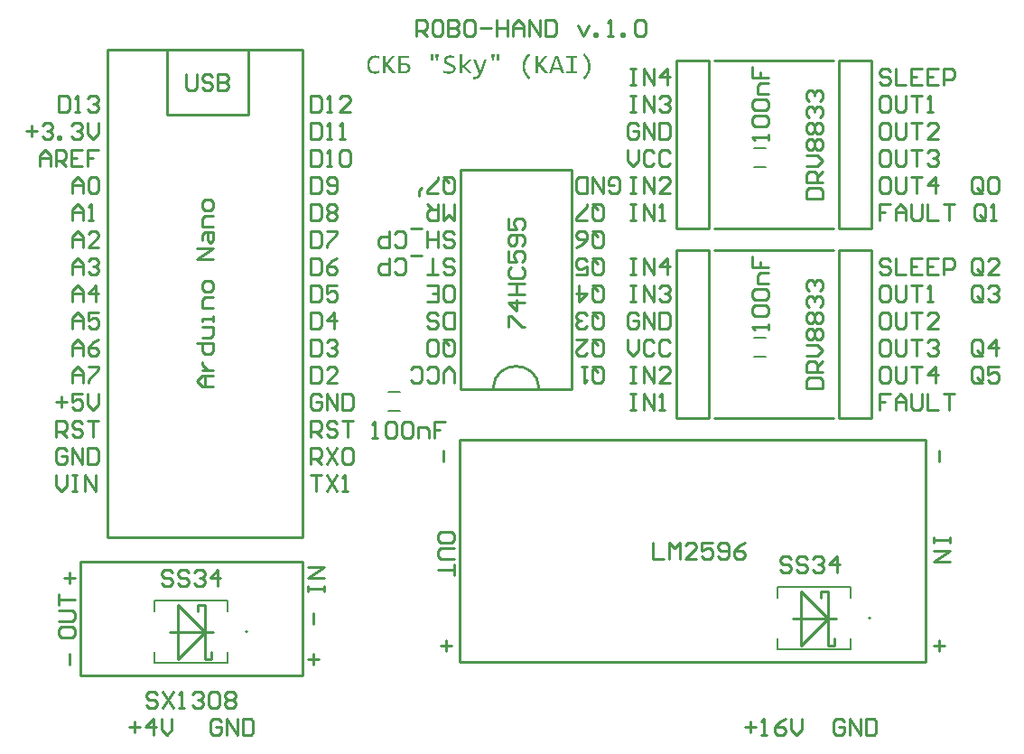
<source format=gbr>
G04*
G04 #@! TF.GenerationSoftware,Altium Limited,Altium Designer,25.3.3 (18)*
G04*
G04 Layer_Color=65535*
%FSLAX44Y44*%
%MOMM*%
G71*
G04*
G04 #@! TF.SameCoordinates,99CC6AD0-2A63-4927-AC08-F09ED2D19244*
G04*
G04*
G04 #@! TF.FilePolarity,Positive*
G04*
G01*
G75*
%ADD10C,0.2540*%
%ADD11C,0.2000*%
%ADD12C,0.1270*%
G36*
X408932Y705412D02*
X409271Y705384D01*
X409440D01*
X409581Y705356D01*
X409892Y705328D01*
X410258Y705271D01*
X410343D01*
X410456Y705243D01*
X410569D01*
X410879Y705186D01*
X411246Y705130D01*
X411331D01*
X411444Y705102D01*
X411557Y705074D01*
X411867Y705017D01*
X412177Y704961D01*
Y702929D01*
X412121D01*
X412008Y702985D01*
X411810Y703014D01*
X411557Y703070D01*
X411274Y703127D01*
X410936Y703211D01*
X410202Y703324D01*
X410174D01*
X410033Y703352D01*
X409863Y703380D01*
X409609Y703409D01*
X409327Y703437D01*
X408989Y703465D01*
X408311Y703493D01*
X408001D01*
X407662Y703465D01*
X407239Y703409D01*
X406759Y703324D01*
X406279Y703211D01*
X405856Y703042D01*
X405461Y702816D01*
X405433Y702788D01*
X405320Y702703D01*
X405179Y702562D01*
X405010Y702365D01*
X404840Y702111D01*
X404699Y701800D01*
X404586Y701461D01*
X404558Y701066D01*
Y701038D01*
Y700954D01*
X404586Y700841D01*
X404615Y700671D01*
X404727Y700304D01*
X404812Y700107D01*
X404925Y699909D01*
X404953Y699881D01*
X404981Y699825D01*
X405066Y699740D01*
X405179Y699627D01*
X405489Y699345D01*
X405884Y699035D01*
X405913Y699006D01*
X405997Y698978D01*
X406110Y698894D01*
X406308Y698809D01*
X406505Y698696D01*
X406731Y698583D01*
X407295Y698357D01*
X407324D01*
X407436Y698301D01*
X407578Y698244D01*
X407803Y698160D01*
X408029Y698075D01*
X408283Y697962D01*
X408876Y697708D01*
X408904D01*
X409017Y697652D01*
X409186Y697596D01*
X409384Y697511D01*
X409638Y697398D01*
X409892Y697285D01*
X410484Y697003D01*
X410512Y696975D01*
X410625Y696946D01*
X410766Y696862D01*
X410964Y696749D01*
X411415Y696439D01*
X411867Y696072D01*
X411895Y696043D01*
X411980Y695987D01*
X412093Y695874D01*
X412234Y695705D01*
X412375Y695535D01*
X412544Y695310D01*
X412855Y694802D01*
X412883Y694773D01*
X412911Y694661D01*
X412967Y694520D01*
X413052Y694322D01*
X413137Y694068D01*
X413193Y693758D01*
X413222Y693447D01*
X413250Y693080D01*
Y693024D01*
Y692883D01*
X413222Y692657D01*
X413193Y692375D01*
X413137Y692065D01*
X413024Y691698D01*
X412911Y691331D01*
X412742Y690992D01*
X412714Y690964D01*
X412657Y690851D01*
X412544Y690682D01*
X412403Y690484D01*
X412206Y690258D01*
X411980Y690004D01*
X411698Y689751D01*
X411387Y689525D01*
X411359Y689497D01*
X411246Y689440D01*
X411049Y689327D01*
X410823Y689186D01*
X410512Y689045D01*
X410174Y688904D01*
X409779Y688763D01*
X409327Y688650D01*
X409271D01*
X409130Y688594D01*
X408876Y688565D01*
X408537Y688509D01*
X408142Y688452D01*
X407691Y688424D01*
X407183Y688368D01*
X406251D01*
X406026Y688396D01*
X405828D01*
X405320Y688424D01*
X405207D01*
X405094Y688452D01*
X404925D01*
X404530Y688509D01*
X404078Y688565D01*
X403965D01*
X403853Y688594D01*
X403712D01*
X403345Y688650D01*
X402950Y688706D01*
X402921D01*
X402865Y688735D01*
X402752Y688763D01*
X402639Y688791D01*
X402329Y688876D01*
X401990Y688960D01*
Y691133D01*
X402047Y691105D01*
X402160Y691077D01*
X402357Y691020D01*
X402611Y690936D01*
X402921Y690823D01*
X403288Y690738D01*
X403683Y690654D01*
X404107Y690569D01*
X404163D01*
X404304Y690541D01*
X404558Y690512D01*
X404897Y690484D01*
X405292Y690428D01*
X405743Y690399D01*
X406251Y690371D01*
X407211D01*
X407465Y690399D01*
X407747D01*
X408057Y690456D01*
X408368Y690484D01*
X408678Y690541D01*
X408706D01*
X408819Y690569D01*
X408932Y690625D01*
X409130Y690654D01*
X409525Y690823D01*
X409920Y691020D01*
X409948Y691049D01*
X410005Y691077D01*
X410089Y691161D01*
X410202Y691246D01*
X410456Y691500D01*
X410653Y691839D01*
Y691867D01*
X410682Y691923D01*
X410738Y692036D01*
X410766Y692177D01*
X410823Y692347D01*
X410851Y692544D01*
X410879Y692968D01*
Y692996D01*
Y693080D01*
X410851Y693193D01*
X410823Y693363D01*
X410710Y693729D01*
X410625Y693899D01*
X410484Y694096D01*
X410456Y694125D01*
X410428Y694181D01*
X410343Y694266D01*
X410230Y694378D01*
X410089Y694520D01*
X409920Y694661D01*
X409496Y694943D01*
X409468Y694971D01*
X409384Y694999D01*
X409271Y695084D01*
X409101Y695169D01*
X408904Y695282D01*
X408678Y695394D01*
X408114Y695648D01*
X408086Y695676D01*
X407973Y695705D01*
X407832Y695761D01*
X407606Y695846D01*
X407380Y695930D01*
X407098Y696043D01*
X406505Y696269D01*
X406477Y696297D01*
X406364Y696326D01*
X406223Y696410D01*
X406026Y696495D01*
X405772Y696608D01*
X405518Y696721D01*
X404925Y697003D01*
X404897Y697031D01*
X404784Y697087D01*
X404643Y697144D01*
X404445Y697257D01*
X404248Y697398D01*
X403994Y697539D01*
X403514Y697906D01*
X403486Y697934D01*
X403429Y697990D01*
X403316Y698103D01*
X403175Y698273D01*
X403034Y698442D01*
X402865Y698668D01*
X402555Y699147D01*
X402526Y699176D01*
X402498Y699289D01*
X402442Y699430D01*
X402385Y699627D01*
X402301Y699881D01*
X402244Y700163D01*
X402216Y700502D01*
X402188Y700841D01*
Y700869D01*
Y700982D01*
X402216Y701151D01*
X402244Y701377D01*
X402272Y701631D01*
X402329Y701913D01*
X402413Y702223D01*
X402526Y702534D01*
X402555Y702562D01*
X402583Y702675D01*
X402696Y702816D01*
X402808Y703014D01*
X402950Y703239D01*
X403147Y703493D01*
X403373Y703747D01*
X403627Y704001D01*
X403655Y704029D01*
X403768Y704114D01*
X403937Y704227D01*
X404163Y704368D01*
X404417Y704537D01*
X404756Y704707D01*
X405122Y704876D01*
X405546Y705045D01*
X405602Y705074D01*
X405772Y705102D01*
X405997Y705158D01*
X406336Y705243D01*
X406759Y705328D01*
X407239Y705384D01*
X407775Y705412D01*
X408368Y705440D01*
X408650D01*
X408932Y705412D01*
D02*
G37*
G36*
X338327Y705384D02*
X338666Y705356D01*
X339005Y705328D01*
X339766Y705215D01*
X339823D01*
X339936Y705186D01*
X340133Y705130D01*
X340387Y705074D01*
X340669Y704989D01*
X340980Y704876D01*
X341685Y704622D01*
Y702393D01*
X341657Y702421D01*
X341516Y702477D01*
X341347Y702562D01*
X341093Y702675D01*
X340811Y702788D01*
X340500Y702901D01*
X339795Y703127D01*
X339738D01*
X339625Y703183D01*
X339428Y703211D01*
X339174Y703268D01*
X338863Y703324D01*
X338497Y703352D01*
X338101Y703409D01*
X337481D01*
X337255Y703380D01*
X336973Y703352D01*
X336662Y703296D01*
X336295Y703211D01*
X335928Y703098D01*
X335562Y702957D01*
X335533Y702929D01*
X335421Y702872D01*
X335223Y702760D01*
X335025Y702618D01*
X334771Y702449D01*
X334489Y702223D01*
X334207Y701970D01*
X333953Y701659D01*
X333925Y701631D01*
X333840Y701518D01*
X333727Y701349D01*
X333586Y701095D01*
X333417Y700813D01*
X333248Y700446D01*
X333078Y700051D01*
X332937Y699627D01*
Y699571D01*
X332881Y699430D01*
X332824Y699176D01*
X332768Y698837D01*
X332711Y698442D01*
X332655Y697990D01*
X332627Y697483D01*
X332599Y696918D01*
Y696890D01*
Y696777D01*
Y696608D01*
X332627Y696382D01*
Y696128D01*
X332655Y695818D01*
X332711Y695479D01*
X332768Y695112D01*
X332909Y694322D01*
X333135Y693504D01*
X333474Y692742D01*
X333671Y692403D01*
X333897Y692065D01*
X333925Y692036D01*
X333953Y692008D01*
X334038Y691923D01*
X334151Y691811D01*
X334264Y691698D01*
X334433Y691556D01*
X334630Y691387D01*
X334856Y691246D01*
X335110Y691105D01*
X335392Y690936D01*
X335731Y690795D01*
X336070Y690682D01*
X336437Y690569D01*
X336832Y690512D01*
X337283Y690456D01*
X337735Y690428D01*
X338130D01*
X338384Y690456D01*
X338694Y690484D01*
X339033Y690512D01*
X339766Y690654D01*
X339823D01*
X339936Y690710D01*
X340133Y690766D01*
X340387Y690851D01*
X340669Y690936D01*
X340980Y691049D01*
X341685Y691359D01*
Y689214D01*
X341657D01*
X341601Y689186D01*
X341488Y689130D01*
X341347Y689101D01*
X341149Y689017D01*
X340923Y688960D01*
X340698Y688876D01*
X340415Y688819D01*
X339766Y688650D01*
X339061Y688537D01*
X338299Y688424D01*
X337481Y688396D01*
X337340D01*
X337142Y688424D01*
X336888D01*
X336606Y688452D01*
X336267Y688509D01*
X335900Y688565D01*
X335477Y688650D01*
X335054Y688763D01*
X334602Y688904D01*
X334151Y689073D01*
X333699Y689271D01*
X333276Y689525D01*
X332853Y689807D01*
X332429Y690117D01*
X332062Y690484D01*
X332034Y690512D01*
X331978Y690597D01*
X331893Y690710D01*
X331780Y690879D01*
X331639Y691105D01*
X331470Y691359D01*
X331301Y691698D01*
X331131Y692065D01*
X330962Y692459D01*
X330793Y692939D01*
X330623Y693447D01*
X330482Y693983D01*
X330369Y694604D01*
X330285Y695253D01*
X330228Y695959D01*
X330200Y696692D01*
Y696721D01*
Y696777D01*
Y696890D01*
Y697031D01*
X330228Y697200D01*
Y697426D01*
X330256Y697906D01*
X330313Y698442D01*
X330426Y699063D01*
X330539Y699684D01*
X330708Y700304D01*
Y700333D01*
X330736Y700389D01*
X330764Y700474D01*
X330793Y700587D01*
X330934Y700869D01*
X331075Y701264D01*
X331301Y701687D01*
X331554Y702139D01*
X331837Y702618D01*
X332175Y703042D01*
X332232Y703098D01*
X332345Y703239D01*
X332570Y703437D01*
X332853Y703691D01*
X333191Y703973D01*
X333586Y704255D01*
X334038Y704537D01*
X334518Y704791D01*
X334546D01*
X334574Y704820D01*
X334659Y704848D01*
X334771Y704876D01*
X335054Y704989D01*
X335421Y705102D01*
X335872Y705215D01*
X336408Y705328D01*
X337001Y705384D01*
X337622Y705412D01*
X338045D01*
X338327Y705384D01*
D02*
G37*
G36*
X454196Y700587D02*
X452108D01*
X451741Y706541D01*
X454563D01*
X454196Y700587D01*
D02*
G37*
G36*
X449229D02*
X447141D01*
X446774Y706541D01*
X449596D01*
X449229Y700587D01*
D02*
G37*
G36*
X396967D02*
X394879D01*
X394512Y706541D01*
X397334D01*
X396967Y700587D01*
D02*
G37*
G36*
X392001D02*
X389912D01*
X389545Y706541D01*
X392367D01*
X392001Y700587D01*
D02*
G37*
G36*
X492857Y697285D02*
X499714Y688594D01*
X496892D01*
X490656Y696721D01*
Y688594D01*
X488398D01*
Y705186D01*
X490656D01*
Y697454D01*
X496751Y705186D01*
X499403D01*
X492857Y697285D01*
D02*
G37*
G36*
X349784D02*
X356642Y688594D01*
X353820D01*
X347583Y696721D01*
Y688594D01*
X345326D01*
Y705186D01*
X347583D01*
Y697454D01*
X353679Y705186D01*
X356331D01*
X349784Y697285D01*
D02*
G37*
G36*
X438224Y689948D02*
Y689920D01*
X438196Y689863D01*
X438167Y689779D01*
X438111Y689666D01*
X437970Y689327D01*
X437801Y688932D01*
X437575Y688481D01*
X437349Y687973D01*
X437095Y687465D01*
X436813Y686985D01*
X436785Y686928D01*
X436700Y686787D01*
X436559Y686534D01*
X436361Y686251D01*
X436136Y685913D01*
X435853Y685574D01*
X435571Y685235D01*
X435261Y684897D01*
X435233Y684868D01*
X435120Y684756D01*
X434950Y684614D01*
X434725Y684445D01*
X434442Y684248D01*
X434132Y684050D01*
X433765Y683881D01*
X433398Y683711D01*
X433342Y683683D01*
X433229Y683655D01*
X433003Y683599D01*
X432721Y683514D01*
X432382Y683429D01*
X432016Y683373D01*
X431564Y683345D01*
X431113Y683316D01*
X430718D01*
X430492Y683345D01*
X430153D01*
X429927Y683373D01*
Y685377D01*
X429984D01*
X430097Y685348D01*
X430294D01*
X430520Y685320D01*
X430576D01*
X430746Y685292D01*
X430971Y685264D01*
X431451D01*
X431592Y685292D01*
X431987Y685348D01*
X432382Y685461D01*
X432411D01*
X432467Y685489D01*
X432580Y685546D01*
X432721Y685602D01*
X433032Y685771D01*
X433370Y686025D01*
X433398Y686054D01*
X433455Y686110D01*
X433539Y686195D01*
X433652Y686308D01*
X433793Y686449D01*
X433963Y686646D01*
X434273Y687070D01*
X434301Y687098D01*
X434358Y687182D01*
X434442Y687324D01*
X434555Y687493D01*
X434668Y687719D01*
X434809Y688001D01*
X434979Y688283D01*
X435120Y688594D01*
X430040Y701349D01*
X432552D01*
X435769Y692883D01*
X436418Y690908D01*
X437151Y692939D01*
X440143Y701349D01*
X442570D01*
X438224Y689948D01*
D02*
G37*
G36*
X527171Y703268D02*
X523334D01*
Y690512D01*
X527171D01*
Y688594D01*
X517210D01*
Y690512D01*
X521048D01*
Y703268D01*
X517210D01*
Y705186D01*
X527171D01*
Y703268D01*
D02*
G37*
G36*
X514896Y688594D02*
X512441D01*
X511284Y692206D01*
X504342D01*
X503185Y688594D01*
X500843D01*
X506345Y705186D01*
X509450D01*
X514896Y688594D01*
D02*
G37*
G36*
X419402Y695507D02*
X425130Y701349D01*
X428065D01*
X422082Y695451D01*
X428404Y688594D01*
X425356D01*
X419402Y695423D01*
Y688594D01*
X417200D01*
Y706541D01*
X419402D01*
Y695507D01*
D02*
G37*
G36*
X369679Y703268D02*
X361919D01*
Y698357D01*
X364853D01*
X365136Y698329D01*
X365503Y698301D01*
X365926Y698273D01*
X366377Y698216D01*
X366829Y698103D01*
X367280Y697990D01*
X367337Y697962D01*
X367478Y697934D01*
X367704Y697849D01*
X367958Y697737D01*
X368268Y697596D01*
X368607Y697398D01*
X368917Y697200D01*
X369227Y696975D01*
X369256Y696946D01*
X369369Y696862D01*
X369510Y696721D01*
X369679Y696551D01*
X369877Y696354D01*
X370074Y696100D01*
X370243Y695818D01*
X370413Y695507D01*
X370441Y695479D01*
X370469Y695366D01*
X370554Y695197D01*
X370638Y694971D01*
X370695Y694689D01*
X370779Y694378D01*
X370808Y694040D01*
X370836Y693673D01*
Y693616D01*
Y693475D01*
X370808Y693250D01*
X370779Y692968D01*
X370723Y692629D01*
X370638Y692262D01*
X370526Y691895D01*
X370356Y691528D01*
X370328Y691500D01*
X370271Y691387D01*
X370159Y691190D01*
X370018Y690992D01*
X369848Y690738D01*
X369622Y690456D01*
X369369Y690174D01*
X369058Y689920D01*
X369030Y689892D01*
X368917Y689807D01*
X368719Y689694D01*
X368494Y689553D01*
X368183Y689384D01*
X367845Y689242D01*
X367450Y689073D01*
X366998Y688932D01*
X366942D01*
X366801Y688876D01*
X366547Y688819D01*
X366236Y688763D01*
X365841Y688706D01*
X365390Y688650D01*
X364882Y688622D01*
X364346Y688594D01*
X359661D01*
Y705186D01*
X369679D01*
Y703268D01*
D02*
G37*
G36*
X534001Y707472D02*
X534029Y707444D01*
X534113Y707359D01*
X534226Y707246D01*
X534367Y707105D01*
X534509Y706964D01*
X534903Y706541D01*
X535327Y706033D01*
X535835Y705440D01*
X536371Y704735D01*
X536907Y703945D01*
X537443Y703098D01*
X537979Y702167D01*
X538487Y701151D01*
X538939Y700107D01*
X539306Y699006D01*
X539588Y697849D01*
X539701Y697257D01*
X539785Y696664D01*
X539814Y696043D01*
X539842Y695423D01*
Y695394D01*
Y695366D01*
Y695282D01*
Y695197D01*
Y694915D01*
X539814Y694548D01*
X539785Y694125D01*
X539729Y693645D01*
X539644Y693109D01*
X539560Y692572D01*
Y692544D01*
Y692516D01*
X539532Y692431D01*
X539503Y692318D01*
X539447Y692036D01*
X539334Y691641D01*
X539193Y691190D01*
X539024Y690682D01*
X538826Y690145D01*
X538600Y689581D01*
Y689553D01*
X538572Y689525D01*
X538544Y689440D01*
X538487Y689327D01*
X538318Y689017D01*
X538120Y688622D01*
X537867Y688142D01*
X537528Y687634D01*
X537189Y687070D01*
X536766Y686477D01*
Y686449D01*
X536710Y686392D01*
X536653Y686308D01*
X536568Y686195D01*
X536456Y686054D01*
X536315Y685884D01*
X535976Y685461D01*
X535581Y684981D01*
X535101Y684445D01*
X534537Y683853D01*
X533916Y683260D01*
X532646Y684586D01*
X532674Y684614D01*
X532759Y684699D01*
X532872Y684840D01*
X533041Y685010D01*
X533267Y685235D01*
X533493Y685518D01*
X533746Y685800D01*
X534029Y686138D01*
X534311Y686505D01*
X534621Y686900D01*
X535242Y687775D01*
X535807Y688706D01*
X536060Y689214D01*
X536315Y689694D01*
X536343Y689722D01*
X536371Y689807D01*
X536427Y689948D01*
X536512Y690145D01*
X536597Y690399D01*
X536710Y690682D01*
X536822Y691020D01*
X536935Y691387D01*
X537048Y691782D01*
X537161Y692206D01*
X537359Y693165D01*
X537500Y694181D01*
X537556Y694717D01*
Y695253D01*
Y695282D01*
Y695310D01*
Y695394D01*
Y695535D01*
X537528Y695676D01*
Y695846D01*
X537472Y696269D01*
X537415Y696805D01*
X537302Y697426D01*
X537133Y698103D01*
X536935Y698865D01*
X536681Y699684D01*
X536371Y700558D01*
X535948Y701461D01*
X535496Y702393D01*
X534932Y703324D01*
X534254Y704255D01*
X533521Y705215D01*
X533097Y705666D01*
X532646Y706118D01*
X533972Y707501D01*
X534001Y707472D01*
D02*
G37*
G36*
X483121Y706174D02*
X483064Y706118D01*
X482923Y705948D01*
X482669Y705694D01*
X482359Y705328D01*
X481964Y704876D01*
X481569Y704340D01*
X481117Y703691D01*
X480666Y703014D01*
X480186Y702252D01*
X479735Y701405D01*
X479339Y700530D01*
X478945Y699571D01*
X478634Y698583D01*
X478408Y697567D01*
X478239Y696495D01*
X478211Y695959D01*
X478182Y695394D01*
Y695366D01*
Y695253D01*
Y695112D01*
X478211Y694886D01*
Y694632D01*
X478239Y694322D01*
X478295Y693983D01*
X478352Y693588D01*
X478408Y693165D01*
X478493Y692742D01*
X478719Y691782D01*
X479029Y690766D01*
X479198Y690258D01*
X479424Y689751D01*
X479452Y689722D01*
X479481Y689638D01*
X479565Y689497D01*
X479650Y689299D01*
X479791Y689045D01*
X479960Y688763D01*
X480130Y688452D01*
X480355Y688085D01*
X480609Y687719D01*
X480863Y687324D01*
X481174Y686900D01*
X481512Y686449D01*
X481879Y685997D01*
X482246Y685546D01*
X482669Y685094D01*
X483121Y684643D01*
X481766Y683260D01*
X481738Y683288D01*
X481710Y683316D01*
X481625Y683401D01*
X481512Y683514D01*
X481371Y683655D01*
X481230Y683796D01*
X480863Y684220D01*
X480412Y684727D01*
X479932Y685320D01*
X479396Y686025D01*
X478860Y686787D01*
X478295Y687634D01*
X477788Y688565D01*
X477280Y689553D01*
X476828Y690597D01*
X476461Y691698D01*
X476179Y692826D01*
X476066Y693419D01*
X475981Y694012D01*
X475953Y694604D01*
X475925Y695225D01*
Y695253D01*
Y695310D01*
Y695366D01*
Y695479D01*
X475953Y695789D01*
Y696184D01*
X476010Y696664D01*
X476066Y697172D01*
X476123Y697737D01*
X476235Y698301D01*
Y698329D01*
X476264Y698357D01*
Y698442D01*
X476292Y698555D01*
X476376Y698865D01*
X476489Y699260D01*
X476602Y699712D01*
X476772Y700220D01*
X476997Y700784D01*
X477223Y701349D01*
Y701377D01*
X477251Y701433D01*
X477308Y701490D01*
X477364Y701603D01*
X477505Y701913D01*
X477731Y702308D01*
X477985Y702788D01*
X478295Y703296D01*
X478662Y703860D01*
X479057Y704425D01*
Y704453D01*
X479114Y704509D01*
X479170Y704566D01*
X479255Y704678D01*
X479509Y704989D01*
X479819Y705384D01*
X480243Y705864D01*
X480694Y706372D01*
X481230Y706936D01*
X481823Y707501D01*
X483121Y706174D01*
D02*
G37*
%LPC*%
G36*
X507813Y703098D02*
X504991Y694237D01*
X510635D01*
X507813Y703098D01*
D02*
G37*
G36*
X364825Y696495D02*
X361919D01*
Y690512D01*
X364825D01*
X364995Y690541D01*
X365192Y690569D01*
X365615Y690625D01*
X366095Y690710D01*
X366575Y690851D01*
X367054Y691049D01*
X367450Y691302D01*
X367506Y691331D01*
X367619Y691444D01*
X367760Y691641D01*
X367958Y691867D01*
X368127Y692206D01*
X368296Y692572D01*
X368409Y693024D01*
X368437Y693532D01*
Y693560D01*
Y693645D01*
Y693758D01*
X368409Y693927D01*
X368324Y694294D01*
X368183Y694717D01*
Y694745D01*
X368155Y694802D01*
X368099Y694915D01*
X368014Y695056D01*
X367788Y695366D01*
X367478Y695676D01*
X367450Y695705D01*
X367393Y695733D01*
X367280Y695818D01*
X367139Y695902D01*
X366970Y695987D01*
X366744Y696100D01*
X366518Y696184D01*
X366236Y696269D01*
X366208D01*
X366095Y696297D01*
X365954Y696354D01*
X365728Y696382D01*
X365474Y696439D01*
X365164Y696467D01*
X364825Y696495D01*
D02*
G37*
%LPD*%
D10*
X491457Y393628D02*
G03*
X448352Y393777I-21557J-1198D01*
G01*
X416560Y345440D02*
X853440D01*
X416560Y137160D02*
X853440D01*
X416560D02*
Y345440D01*
X853440Y137160D02*
Y345440D01*
X60960Y124460D02*
Y231140D01*
X269240Y124460D02*
Y231140D01*
X60960D02*
X269240D01*
X60960Y124460D02*
X269240D01*
X142240Y650240D02*
Y711200D01*
X218440Y650240D02*
Y711200D01*
X142240D02*
X218440D01*
X142240Y650240D02*
X218440D01*
X86360Y254000D02*
Y711200D01*
X269240Y254000D02*
Y711200D01*
X86360D02*
X269240D01*
X86360Y254000D02*
X269240D01*
X521970Y392430D02*
Y598170D01*
X417830Y392430D02*
Y598170D01*
Y392430D02*
X521970D01*
X417830Y598170D02*
X521970D01*
X655320Y365760D02*
X767080D01*
X655320Y523240D02*
X767080D01*
X619760Y365760D02*
Y523240D01*
X650240Y365760D02*
Y523240D01*
X619760D02*
X650240D01*
X619760Y365760D02*
X650240D01*
X772160D02*
Y523240D01*
X802640Y365760D02*
Y523240D01*
X772160D02*
X802640D01*
X772160Y365760D02*
X802640D01*
X655320Y543560D02*
X767080D01*
X655320Y701040D02*
X767080D01*
X619760Y543560D02*
Y701040D01*
X650240Y543560D02*
Y701040D01*
X619760D02*
X650240D01*
X619760Y543560D02*
X650240D01*
X772160D02*
Y701040D01*
X802640Y543560D02*
Y701040D01*
X772160D02*
X802640D01*
X772160Y543560D02*
X802640D01*
X171450Y184150D02*
Y190500D01*
X184150Y139700D02*
Y146050D01*
X171450Y190500D02*
X177800D01*
Y139700D02*
X184150D01*
X144780Y165100D02*
X185420D01*
X152400Y139700D02*
Y190500D01*
X177800Y165100D01*
X152400Y139700D02*
X177800Y165100D01*
Y139700D02*
Y190500D01*
X755650Y196850D02*
Y203200D01*
X768350Y152400D02*
Y158750D01*
X755650Y203200D02*
X762000D01*
Y152400D02*
X768350D01*
X728980Y177800D02*
X769620D01*
X736600Y152400D02*
Y203200D01*
X762000Y177800D01*
X736600Y152400D02*
X762000Y177800D01*
Y152400D02*
Y203200D01*
X411475Y251462D02*
Y256541D01*
X408936Y259080D01*
X398779D01*
X396240Y256541D01*
Y251462D01*
X398779Y248923D01*
X408936D01*
X411475Y251462D01*
Y243845D02*
X398779D01*
X396240Y241306D01*
Y236227D01*
X398779Y233688D01*
X411475D01*
Y228610D02*
Y218453D01*
Y223531D01*
X396240D01*
X876295Y254000D02*
Y248922D01*
Y251461D01*
X861060D01*
Y254000D01*
Y248922D01*
Y241304D02*
X876295D01*
X861060Y231147D01*
X876295D01*
X408940Y152402D02*
X398783D01*
X403862Y147323D02*
Y157480D01*
X401320Y335280D02*
Y325123D01*
X866140Y335280D02*
Y325123D01*
X871220Y152402D02*
X861063D01*
X866141Y147323D02*
Y157480D01*
X375920Y723900D02*
Y739135D01*
X383537D01*
X386077Y736596D01*
Y731517D01*
X383537Y728978D01*
X375920D01*
X380998D02*
X386077Y723900D01*
X398773Y739135D02*
X393694D01*
X391155Y736596D01*
Y726439D01*
X393694Y723900D01*
X398773D01*
X401312Y726439D01*
Y736596D01*
X398773Y739135D01*
X406390D02*
Y723900D01*
X414008D01*
X416547Y726439D01*
Y728978D01*
X414008Y731517D01*
X406390D01*
X414008D01*
X416547Y734057D01*
Y736596D01*
X414008Y739135D01*
X406390D01*
X429243D02*
X424164D01*
X421625Y736596D01*
Y726439D01*
X424164Y723900D01*
X429243D01*
X431782Y726439D01*
Y736596D01*
X429243Y739135D01*
X436860Y731517D02*
X447017D01*
X452095Y739135D02*
Y723900D01*
Y731517D01*
X462252D01*
Y739135D01*
Y723900D01*
X467330D02*
Y734057D01*
X472409Y739135D01*
X477487Y734057D01*
Y723900D01*
Y731517D01*
X467330D01*
X482565Y723900D02*
Y739135D01*
X492722Y723900D01*
Y739135D01*
X497801D02*
Y723900D01*
X505418D01*
X507957Y726439D01*
Y736596D01*
X505418Y739135D01*
X497801D01*
X528271Y734057D02*
X533349Y723900D01*
X538427Y734057D01*
X543506Y723900D02*
Y726439D01*
X546045D01*
Y723900D01*
X543506D01*
X556202D02*
X561280D01*
X558741D01*
Y739135D01*
X556202Y736596D01*
X568898Y723900D02*
Y726439D01*
X571437D01*
Y723900D01*
X568898D01*
X581594Y736596D02*
X584133Y739135D01*
X589211D01*
X591750Y736596D01*
Y726439D01*
X589211Y723900D01*
X584133D01*
X581594Y726439D01*
Y736596D01*
X274320Y139698D02*
X284477D01*
X279398Y144777D02*
Y134620D01*
X279400Y172720D02*
Y182877D01*
X274325Y203200D02*
Y208278D01*
Y205739D01*
X289560D01*
Y203200D01*
Y208278D01*
Y215896D02*
X274325D01*
X289560Y226053D01*
X274325D01*
X50800Y134620D02*
Y144777D01*
X45720Y215898D02*
X55877D01*
X50798Y220977D02*
Y210820D01*
X40645Y167638D02*
Y162559D01*
X43184Y160020D01*
X53341D01*
X55880Y162559D01*
Y167638D01*
X53341Y170177D01*
X43184D01*
X40645Y167638D01*
Y175255D02*
X53341D01*
X55880Y177794D01*
Y182873D01*
X53341Y185412D01*
X40645D01*
Y190490D02*
Y200647D01*
Y195569D01*
X55880D01*
X160020Y688335D02*
Y675639D01*
X162559Y673100D01*
X167638D01*
X170177Y675639D01*
Y688335D01*
X185412Y685796D02*
X182873Y688335D01*
X177794D01*
X175255Y685796D01*
Y683257D01*
X177794Y680717D01*
X182873D01*
X185412Y678178D01*
Y675639D01*
X182873Y673100D01*
X177794D01*
X175255Y675639D01*
X190490Y688335D02*
Y673100D01*
X198108D01*
X200647Y675639D01*
Y678178D01*
X198108Y680717D01*
X190490D01*
X198108D01*
X200647Y683257D01*
Y685796D01*
X198108Y688335D01*
X190490D01*
X276860Y312415D02*
X287017D01*
X281938D01*
Y297180D01*
X292095Y312415D02*
X302252Y297180D01*
Y312415D02*
X292095Y297180D01*
X307330D02*
X312409D01*
X309869D01*
Y312415D01*
X307330Y309876D01*
X276860Y322580D02*
Y337815D01*
X284478D01*
X287017Y335276D01*
Y330197D01*
X284478Y327658D01*
X276860D01*
X281938D02*
X287017Y322580D01*
X292095Y337815D02*
X302252Y322580D01*
Y337815D02*
X292095Y322580D01*
X307330Y335276D02*
X309869Y337815D01*
X314948D01*
X317487Y335276D01*
Y325119D01*
X314948Y322580D01*
X309869D01*
X307330Y325119D01*
Y335276D01*
X276860Y347980D02*
Y363215D01*
X284478D01*
X287017Y360676D01*
Y355597D01*
X284478Y353058D01*
X276860D01*
X281938D02*
X287017Y347980D01*
X302252Y360676D02*
X299713Y363215D01*
X294634D01*
X292095Y360676D01*
Y358137D01*
X294634Y355597D01*
X299713D01*
X302252Y353058D01*
Y350519D01*
X299713Y347980D01*
X294634D01*
X292095Y350519D01*
X307330Y363215D02*
X317487D01*
X312409D01*
Y347980D01*
X287017Y386076D02*
X284478Y388615D01*
X279399D01*
X276860Y386076D01*
Y375919D01*
X279399Y373380D01*
X284478D01*
X287017Y375919D01*
Y380998D01*
X281938D01*
X292095Y373380D02*
Y388615D01*
X302252Y373380D01*
Y388615D01*
X307330D02*
Y373380D01*
X314948D01*
X317487Y375919D01*
Y386076D01*
X314948Y388615D01*
X307330D01*
X276860Y414015D02*
Y398780D01*
X284478D01*
X287017Y401319D01*
Y411476D01*
X284478Y414015D01*
X276860D01*
X302252Y398780D02*
X292095D01*
X302252Y408937D01*
Y411476D01*
X299713Y414015D01*
X294634D01*
X292095Y411476D01*
X276860Y439415D02*
Y424180D01*
X284478D01*
X287017Y426719D01*
Y436876D01*
X284478Y439415D01*
X276860D01*
X292095Y436876D02*
X294634Y439415D01*
X299713D01*
X302252Y436876D01*
Y434337D01*
X299713Y431797D01*
X297173D01*
X299713D01*
X302252Y429258D01*
Y426719D01*
X299713Y424180D01*
X294634D01*
X292095Y426719D01*
X276860Y464815D02*
Y449580D01*
X284478D01*
X287017Y452119D01*
Y462276D01*
X284478Y464815D01*
X276860D01*
X299713Y449580D02*
Y464815D01*
X292095Y457197D01*
X302252D01*
X276860Y490215D02*
Y474980D01*
X284478D01*
X287017Y477519D01*
Y487676D01*
X284478Y490215D01*
X276860D01*
X302252D02*
X292095D01*
Y482598D01*
X297173Y485137D01*
X299713D01*
X302252Y482598D01*
Y477519D01*
X299713Y474980D01*
X294634D01*
X292095Y477519D01*
X276860Y515615D02*
Y500380D01*
X284478D01*
X287017Y502919D01*
Y513076D01*
X284478Y515615D01*
X276860D01*
X302252D02*
X297173Y513076D01*
X292095Y507998D01*
Y502919D01*
X294634Y500380D01*
X299713D01*
X302252Y502919D01*
Y505458D01*
X299713Y507998D01*
X292095D01*
X276860Y541015D02*
Y525780D01*
X284478D01*
X287017Y528319D01*
Y538476D01*
X284478Y541015D01*
X276860D01*
X292095D02*
X302252D01*
Y538476D01*
X292095Y528319D01*
Y525780D01*
X276860Y566415D02*
Y551180D01*
X284478D01*
X287017Y553719D01*
Y563876D01*
X284478Y566415D01*
X276860D01*
X292095Y563876D02*
X294634Y566415D01*
X299713D01*
X302252Y563876D01*
Y561337D01*
X299713Y558797D01*
X302252Y556258D01*
Y553719D01*
X299713Y551180D01*
X294634D01*
X292095Y553719D01*
Y556258D01*
X294634Y558797D01*
X292095Y561337D01*
Y563876D01*
X294634Y558797D02*
X299713D01*
X276860Y591815D02*
Y576580D01*
X284478D01*
X287017Y579119D01*
Y589276D01*
X284478Y591815D01*
X276860D01*
X292095Y579119D02*
X294634Y576580D01*
X299713D01*
X302252Y579119D01*
Y589276D01*
X299713Y591815D01*
X294634D01*
X292095Y589276D01*
Y586737D01*
X294634Y584198D01*
X302252D01*
X276860Y617215D02*
Y601980D01*
X284478D01*
X287017Y604519D01*
Y614676D01*
X284478Y617215D01*
X276860D01*
X292095Y601980D02*
X297173D01*
X294634D01*
Y617215D01*
X292095Y614676D01*
X304791D02*
X307330Y617215D01*
X312409D01*
X314948Y614676D01*
Y604519D01*
X312409Y601980D01*
X307330D01*
X304791Y604519D01*
Y614676D01*
X276860Y642615D02*
Y627380D01*
X284478D01*
X287017Y629919D01*
Y640076D01*
X284478Y642615D01*
X276860D01*
X292095Y627380D02*
X297173D01*
X294634D01*
Y642615D01*
X292095Y640076D01*
X304791Y627380D02*
X309869D01*
X307330D01*
Y642615D01*
X304791Y640076D01*
X276860Y668015D02*
Y652780D01*
X284478D01*
X287017Y655319D01*
Y665476D01*
X284478Y668015D01*
X276860D01*
X292095Y652780D02*
X297173D01*
X294634D01*
Y668015D01*
X292095Y665476D01*
X314948Y652780D02*
X304791D01*
X314948Y662937D01*
Y665476D01*
X312409Y668015D01*
X307330D01*
X304791Y665476D01*
X38100Y312415D02*
Y302258D01*
X43178Y297180D01*
X48257Y302258D01*
Y312415D01*
X53335D02*
X58413D01*
X55874D01*
Y297180D01*
X53335D01*
X58413D01*
X66031D02*
Y312415D01*
X76188Y297180D01*
Y312415D01*
X48257Y335276D02*
X45718Y337815D01*
X40639D01*
X38100Y335276D01*
Y325119D01*
X40639Y322580D01*
X45718D01*
X48257Y325119D01*
Y330197D01*
X43178D01*
X53335Y322580D02*
Y337815D01*
X63492Y322580D01*
Y337815D01*
X68570D02*
Y322580D01*
X76188D01*
X78727Y325119D01*
Y335276D01*
X76188Y337815D01*
X68570D01*
X38100Y347980D02*
Y363215D01*
X45718D01*
X48257Y360676D01*
Y355597D01*
X45718Y353058D01*
X38100D01*
X43178D02*
X48257Y347980D01*
X63492Y360676D02*
X60953Y363215D01*
X55874D01*
X53335Y360676D01*
Y358137D01*
X55874Y355597D01*
X60953D01*
X63492Y353058D01*
Y350519D01*
X60953Y347980D01*
X55874D01*
X53335Y350519D01*
X68570Y363215D02*
X78727D01*
X73649D01*
Y347980D01*
X38100Y380998D02*
X48257D01*
X43178Y386076D02*
Y375919D01*
X63492Y388615D02*
X53335D01*
Y380998D01*
X58413Y383537D01*
X60953D01*
X63492Y380998D01*
Y375919D01*
X60953Y373380D01*
X55874D01*
X53335Y375919D01*
X68570Y388615D02*
Y378458D01*
X73649Y373380D01*
X78727Y378458D01*
Y388615D01*
X53340Y398780D02*
Y408937D01*
X58418Y414015D01*
X63497Y408937D01*
Y398780D01*
Y406398D01*
X53340D01*
X68575Y414015D02*
X78732D01*
Y411476D01*
X68575Y401319D01*
Y398780D01*
X53340Y424180D02*
Y434337D01*
X58418Y439415D01*
X63497Y434337D01*
Y424180D01*
Y431797D01*
X53340D01*
X78732Y439415D02*
X73653Y436876D01*
X68575Y431797D01*
Y426719D01*
X71114Y424180D01*
X76193D01*
X78732Y426719D01*
Y429258D01*
X76193Y431797D01*
X68575D01*
X53340Y449580D02*
Y459737D01*
X58418Y464815D01*
X63497Y459737D01*
Y449580D01*
Y457197D01*
X53340D01*
X78732Y464815D02*
X68575D01*
Y457197D01*
X73653Y459737D01*
X76193D01*
X78732Y457197D01*
Y452119D01*
X76193Y449580D01*
X71114D01*
X68575Y452119D01*
X53340Y474980D02*
Y485137D01*
X58418Y490215D01*
X63497Y485137D01*
Y474980D01*
Y482598D01*
X53340D01*
X76193Y474980D02*
Y490215D01*
X68575Y482598D01*
X78732D01*
X53340Y500380D02*
Y510537D01*
X58418Y515615D01*
X63497Y510537D01*
Y500380D01*
Y507998D01*
X53340D01*
X68575Y513076D02*
X71114Y515615D01*
X76193D01*
X78732Y513076D01*
Y510537D01*
X76193Y507998D01*
X73653D01*
X76193D01*
X78732Y505458D01*
Y502919D01*
X76193Y500380D01*
X71114D01*
X68575Y502919D01*
X53340Y525780D02*
Y535937D01*
X58418Y541015D01*
X63497Y535937D01*
Y525780D01*
Y533397D01*
X53340D01*
X78732Y525780D02*
X68575D01*
X78732Y535937D01*
Y538476D01*
X76193Y541015D01*
X71114D01*
X68575Y538476D01*
X53340Y551180D02*
Y561337D01*
X58418Y566415D01*
X63497Y561337D01*
Y551180D01*
Y558797D01*
X53340D01*
X68575Y551180D02*
X73653D01*
X71114D01*
Y566415D01*
X68575Y563876D01*
X53340Y576580D02*
Y586737D01*
X58418Y591815D01*
X63497Y586737D01*
Y576580D01*
Y584198D01*
X53340D01*
X68575Y589276D02*
X71114Y591815D01*
X76193D01*
X78732Y589276D01*
Y579119D01*
X76193Y576580D01*
X71114D01*
X68575Y579119D01*
Y589276D01*
X22860Y601980D02*
Y612137D01*
X27938Y617215D01*
X33017Y612137D01*
Y601980D01*
Y609598D01*
X22860D01*
X38095Y601980D02*
Y617215D01*
X45713D01*
X48252Y614676D01*
Y609598D01*
X45713Y607058D01*
X38095D01*
X43173D02*
X48252Y601980D01*
X63487Y617215D02*
X53330D01*
Y601980D01*
X63487D01*
X53330Y609598D02*
X58408D01*
X78722Y617215D02*
X68565D01*
Y609598D01*
X73644D01*
X68565D01*
Y601980D01*
X10160Y634997D02*
X20317D01*
X15238Y640076D02*
Y629919D01*
X25395Y640076D02*
X27934Y642615D01*
X33013D01*
X35552Y640076D01*
Y637537D01*
X33013Y634997D01*
X30473D01*
X33013D01*
X35552Y632458D01*
Y629919D01*
X33013Y627380D01*
X27934D01*
X25395Y629919D01*
X40630Y627380D02*
Y629919D01*
X43169D01*
Y627380D01*
X40630D01*
X53326Y640076D02*
X55865Y642615D01*
X60944D01*
X63483Y640076D01*
Y637537D01*
X60944Y634997D01*
X58404D01*
X60944D01*
X63483Y632458D01*
Y629919D01*
X60944Y627380D01*
X55865D01*
X53326Y629919D01*
X68561Y642615D02*
Y632458D01*
X73639Y627380D01*
X78718Y632458D01*
Y642615D01*
X40640Y668015D02*
Y652780D01*
X48257D01*
X50797Y655319D01*
Y665476D01*
X48257Y668015D01*
X40640D01*
X55875Y652780D02*
X60953D01*
X58414D01*
Y668015D01*
X55875Y665476D01*
X68571D02*
X71110Y668015D01*
X76189D01*
X78728Y665476D01*
Y662937D01*
X76189Y660397D01*
X73649D01*
X76189D01*
X78728Y657858D01*
Y655319D01*
X76189Y652780D01*
X71110D01*
X68571Y655319D01*
X541023Y411481D02*
Y401324D01*
X543562Y398785D01*
X548641D01*
X551180Y401324D01*
Y411481D01*
X548641Y414020D01*
X543562D01*
X546101Y408942D02*
X541023Y414020D01*
X543562D02*
X541023Y411481D01*
X535945Y414020D02*
X530866D01*
X533405D01*
Y398785D01*
X535945Y401324D01*
X541023Y436881D02*
Y426724D01*
X543562Y424185D01*
X548641D01*
X551180Y426724D01*
Y436881D01*
X548641Y439420D01*
X543562D01*
X546101Y434342D02*
X541023Y439420D01*
X543562D02*
X541023Y436881D01*
X525788Y439420D02*
X535945D01*
X525788Y429263D01*
Y426724D01*
X528327Y424185D01*
X533405D01*
X535945Y426724D01*
X541023Y462281D02*
Y452124D01*
X543562Y449585D01*
X548641D01*
X551180Y452124D01*
Y462281D01*
X548641Y464820D01*
X543562D01*
X546101Y459742D02*
X541023Y464820D01*
X543562D02*
X541023Y462281D01*
X535945Y452124D02*
X533405Y449585D01*
X528327D01*
X525788Y452124D01*
Y454663D01*
X528327Y457202D01*
X530866D01*
X528327D01*
X525788Y459742D01*
Y462281D01*
X528327Y464820D01*
X533405D01*
X535945Y462281D01*
X541023Y487681D02*
Y477524D01*
X543562Y474985D01*
X548641D01*
X551180Y477524D01*
Y487681D01*
X548641Y490220D01*
X543562D01*
X546101Y485142D02*
X541023Y490220D01*
X543562D02*
X541023Y487681D01*
X528327Y490220D02*
Y474985D01*
X535945Y482603D01*
X525788D01*
X541023Y513081D02*
Y502924D01*
X543562Y500385D01*
X548641D01*
X551180Y502924D01*
Y513081D01*
X548641Y515620D01*
X543562D01*
X546101Y510542D02*
X541023Y515620D01*
X543562D02*
X541023Y513081D01*
X525788Y500385D02*
X535945D01*
Y508003D01*
X530866Y505463D01*
X528327D01*
X525788Y508003D01*
Y513081D01*
X528327Y515620D01*
X533405D01*
X535945Y513081D01*
X541023Y538481D02*
Y528324D01*
X543562Y525785D01*
X548641D01*
X551180Y528324D01*
Y538481D01*
X548641Y541020D01*
X543562D01*
X546101Y535942D02*
X541023Y541020D01*
X543562D02*
X541023Y538481D01*
X525788Y525785D02*
X530866Y528324D01*
X535945Y533402D01*
Y538481D01*
X533405Y541020D01*
X528327D01*
X525788Y538481D01*
Y535942D01*
X528327Y533402D01*
X535945D01*
X541023Y563881D02*
Y553724D01*
X543562Y551185D01*
X548641D01*
X551180Y553724D01*
Y563881D01*
X548641Y566420D01*
X543562D01*
X546101Y561342D02*
X541023Y566420D01*
X543562D02*
X541023Y563881D01*
X535945Y551185D02*
X525788D01*
Y553724D01*
X535945Y563881D01*
Y566420D01*
X556263Y579124D02*
X558802Y576585D01*
X563881D01*
X566420Y579124D01*
Y589281D01*
X563881Y591820D01*
X558802D01*
X556263Y589281D01*
Y584202D01*
X561341D01*
X551185Y591820D02*
Y576585D01*
X541028Y591820D01*
Y576585D01*
X535950D02*
Y591820D01*
X528332D01*
X525793Y589281D01*
Y579124D01*
X528332Y576585D01*
X535950D01*
X411480Y398785D02*
Y408942D01*
X406402Y414020D01*
X401323Y408942D01*
Y398785D01*
X386088Y401324D02*
X388628Y398785D01*
X393706D01*
X396245Y401324D01*
Y411481D01*
X393706Y414020D01*
X388628D01*
X386088Y411481D01*
X370853Y401324D02*
X373392Y398785D01*
X378471D01*
X381010Y401324D01*
Y411481D01*
X378471Y414020D01*
X373392D01*
X370853Y411481D01*
X401323Y436881D02*
Y426724D01*
X403863Y424185D01*
X408941D01*
X411480Y426724D01*
Y436881D01*
X408941Y439420D01*
X403863D01*
X406402Y434342D02*
X401323Y439420D01*
X403863D02*
X401323Y436881D01*
X396245Y426724D02*
X393706Y424185D01*
X388628D01*
X386088Y426724D01*
Y436881D01*
X388628Y439420D01*
X393706D01*
X396245Y436881D01*
Y426724D01*
X411480Y449585D02*
Y464820D01*
X403863D01*
X401323Y462281D01*
Y452124D01*
X403863Y449585D01*
X411480D01*
X386088Y452124D02*
X388628Y449585D01*
X393706D01*
X396245Y452124D01*
Y454663D01*
X393706Y457202D01*
X388628D01*
X386088Y459742D01*
Y462281D01*
X388628Y464820D01*
X393706D01*
X396245Y462281D01*
X403863Y474985D02*
X408941D01*
X411480Y477524D01*
Y487681D01*
X408941Y490220D01*
X403863D01*
X401323Y487681D01*
Y477524D01*
X403863Y474985D01*
X386088D02*
X396245D01*
Y490220D01*
X386088D01*
X396245Y482603D02*
X391167D01*
X401323Y502925D02*
X403863Y500386D01*
X408941D01*
X411480Y502925D01*
Y505464D01*
X408941Y508003D01*
X403863D01*
X401323Y510542D01*
Y513082D01*
X403863Y515621D01*
X408941D01*
X411480Y513082D01*
X396245Y500386D02*
X386088D01*
X391167D01*
Y515621D01*
X381010Y518160D02*
X370853D01*
X355618Y502925D02*
X358157Y500386D01*
X363236D01*
X365775Y502925D01*
Y513082D01*
X363236Y515621D01*
X358157D01*
X355618Y513082D01*
X350540Y515621D02*
Y500386D01*
X342922D01*
X340383Y502925D01*
Y508003D01*
X342922Y510542D01*
X350540D01*
X401323Y528325D02*
X403863Y525786D01*
X408941D01*
X411480Y528325D01*
Y530864D01*
X408941Y533403D01*
X403863D01*
X401323Y535942D01*
Y538482D01*
X403863Y541021D01*
X408941D01*
X411480Y538482D01*
X396245Y525786D02*
Y541021D01*
Y533403D01*
X386088D01*
Y525786D01*
Y541021D01*
X381010Y543560D02*
X370853D01*
X355618Y528325D02*
X358157Y525786D01*
X363236D01*
X365775Y528325D01*
Y538482D01*
X363236Y541021D01*
X358157D01*
X355618Y538482D01*
X350540Y541021D02*
Y525786D01*
X342922D01*
X340383Y528325D01*
Y533403D01*
X342922Y535942D01*
X350540D01*
X411480Y566420D02*
Y551185D01*
X406402Y556263D01*
X401323Y551185D01*
Y566420D01*
X396245D02*
Y551185D01*
X388628D01*
X386088Y553724D01*
Y558802D01*
X388628Y561342D01*
X396245D01*
X391167D02*
X386088Y566420D01*
X401323Y589281D02*
Y579124D01*
X403862Y576585D01*
X408941D01*
X411480Y579124D01*
Y589281D01*
X408941Y591820D01*
X403862D01*
X406402Y586742D02*
X401323Y591820D01*
X403862D02*
X401323Y589281D01*
X396245Y576585D02*
X386088D01*
Y579124D01*
X396245Y589281D01*
Y591820D01*
X378471Y574046D02*
Y579124D01*
X381010Y581663D01*
X820417Y388615D02*
X810260D01*
Y380998D01*
X815338D01*
X810260D01*
Y373380D01*
X825495D02*
Y383537D01*
X830573Y388615D01*
X835652Y383537D01*
Y373380D01*
Y380998D01*
X825495D01*
X840730Y388615D02*
Y375919D01*
X843269Y373380D01*
X848348D01*
X850887Y375919D01*
Y388615D01*
X855965D02*
Y373380D01*
X866122D01*
X871200Y388615D02*
X881357D01*
X876279D01*
Y373380D01*
X817878Y414015D02*
X812799D01*
X810260Y411476D01*
Y401319D01*
X812799Y398780D01*
X817878D01*
X820417Y401319D01*
Y411476D01*
X817878Y414015D01*
X825495D02*
Y401319D01*
X828034Y398780D01*
X833113D01*
X835652Y401319D01*
Y414015D01*
X840730D02*
X850887D01*
X845808D01*
Y398780D01*
X863583D02*
Y414015D01*
X855965Y406398D01*
X866122D01*
X817878Y439415D02*
X812799D01*
X810260Y436876D01*
Y426719D01*
X812799Y424180D01*
X817878D01*
X820417Y426719D01*
Y436876D01*
X817878Y439415D01*
X825495D02*
Y426719D01*
X828034Y424180D01*
X833113D01*
X835652Y426719D01*
Y439415D01*
X840730D02*
X850887D01*
X845808D01*
Y424180D01*
X855965Y436876D02*
X858504Y439415D01*
X863583D01*
X866122Y436876D01*
Y434337D01*
X863583Y431797D01*
X861044D01*
X863583D01*
X866122Y429258D01*
Y426719D01*
X863583Y424180D01*
X858504D01*
X855965Y426719D01*
X817878Y464815D02*
X812799D01*
X810260Y462276D01*
Y452119D01*
X812799Y449580D01*
X817878D01*
X820417Y452119D01*
Y462276D01*
X817878Y464815D01*
X825495D02*
Y452119D01*
X828034Y449580D01*
X833113D01*
X835652Y452119D01*
Y464815D01*
X840730D02*
X850887D01*
X845808D01*
Y449580D01*
X866122D02*
X855965D01*
X866122Y459737D01*
Y462276D01*
X863583Y464815D01*
X858504D01*
X855965Y462276D01*
X817878Y490215D02*
X812799D01*
X810260Y487676D01*
Y477519D01*
X812799Y474980D01*
X817878D01*
X820417Y477519D01*
Y487676D01*
X817878Y490215D01*
X825495D02*
Y477519D01*
X828034Y474980D01*
X833113D01*
X835652Y477519D01*
Y490215D01*
X840730D02*
X850887D01*
X845808D01*
Y474980D01*
X855965D02*
X861044D01*
X858504D01*
Y490215D01*
X855965Y487676D01*
X820417Y513076D02*
X817878Y515615D01*
X812799D01*
X810260Y513076D01*
Y510537D01*
X812799Y507998D01*
X817878D01*
X820417Y505458D01*
Y502919D01*
X817878Y500380D01*
X812799D01*
X810260Y502919D01*
X825495Y515615D02*
Y500380D01*
X835652D01*
X850887Y515615D02*
X840730D01*
Y500380D01*
X850887D01*
X840730Y507998D02*
X845808D01*
X866122Y515615D02*
X855965D01*
Y500380D01*
X866122D01*
X855965Y507998D02*
X861044D01*
X871200Y500380D02*
Y515615D01*
X878818D01*
X881357Y513076D01*
Y507998D01*
X878818Y505458D01*
X871200D01*
X576580Y515615D02*
X581658D01*
X579119D01*
Y500380D01*
X576580D01*
X581658D01*
X589276D02*
Y515615D01*
X599433Y500380D01*
Y515615D01*
X612128Y500380D02*
Y515615D01*
X604511Y507998D01*
X614668D01*
X576580Y490215D02*
X581658D01*
X579119D01*
Y474980D01*
X576580D01*
X581658D01*
X589276D02*
Y490215D01*
X599433Y474980D01*
Y490215D01*
X604511Y487676D02*
X607050Y490215D01*
X612128D01*
X614668Y487676D01*
Y485137D01*
X612128Y482598D01*
X609589D01*
X612128D01*
X614668Y480058D01*
Y477519D01*
X612128Y474980D01*
X607050D01*
X604511Y477519D01*
X584197Y462276D02*
X581657Y464815D01*
X576579D01*
X574040Y462276D01*
Y452119D01*
X576579Y449580D01*
X581657D01*
X584197Y452119D01*
Y457197D01*
X579118D01*
X589275Y449580D02*
Y464815D01*
X599432Y449580D01*
Y464815D01*
X604510D02*
Y449580D01*
X612128D01*
X614667Y452119D01*
Y462276D01*
X612128Y464815D01*
X604510D01*
X574040Y439415D02*
Y429258D01*
X579118Y424180D01*
X584197Y429258D01*
Y439415D01*
X599432Y436876D02*
X596893Y439415D01*
X591814D01*
X589275Y436876D01*
Y426719D01*
X591814Y424180D01*
X596893D01*
X599432Y426719D01*
X614667Y436876D02*
X612128Y439415D01*
X607049D01*
X604510Y436876D01*
Y426719D01*
X607049Y424180D01*
X612128D01*
X614667Y426719D01*
X576580Y414015D02*
X581658D01*
X579119D01*
Y398780D01*
X576580D01*
X581658D01*
X589276D02*
Y414015D01*
X599433Y398780D01*
Y414015D01*
X614668Y398780D02*
X604511D01*
X614668Y408937D01*
Y411476D01*
X612128Y414015D01*
X607050D01*
X604511Y411476D01*
X576580Y388615D02*
X581658D01*
X579119D01*
Y373380D01*
X576580D01*
X581658D01*
X589276D02*
Y388615D01*
X599433Y373380D01*
Y388615D01*
X604511Y373380D02*
X609589D01*
X607050D01*
Y388615D01*
X604511Y386076D01*
X820417Y566415D02*
X810260D01*
Y558797D01*
X815338D01*
X810260D01*
Y551180D01*
X825495D02*
Y561337D01*
X830573Y566415D01*
X835652Y561337D01*
Y551180D01*
Y558797D01*
X825495D01*
X840730Y566415D02*
Y553719D01*
X843269Y551180D01*
X848348D01*
X850887Y553719D01*
Y566415D01*
X855965D02*
Y551180D01*
X866122D01*
X871200Y566415D02*
X881357D01*
X876279D01*
Y551180D01*
X817878Y591815D02*
X812799D01*
X810260Y589276D01*
Y579119D01*
X812799Y576580D01*
X817878D01*
X820417Y579119D01*
Y589276D01*
X817878Y591815D01*
X825495D02*
Y579119D01*
X828034Y576580D01*
X833113D01*
X835652Y579119D01*
Y591815D01*
X840730D02*
X850887D01*
X845808D01*
Y576580D01*
X863583D02*
Y591815D01*
X855965Y584198D01*
X866122D01*
X817878Y617215D02*
X812799D01*
X810260Y614676D01*
Y604519D01*
X812799Y601980D01*
X817878D01*
X820417Y604519D01*
Y614676D01*
X817878Y617215D01*
X825495D02*
Y604519D01*
X828034Y601980D01*
X833113D01*
X835652Y604519D01*
Y617215D01*
X840730D02*
X850887D01*
X845808D01*
Y601980D01*
X855965Y614676D02*
X858504Y617215D01*
X863583D01*
X866122Y614676D01*
Y612137D01*
X863583Y609598D01*
X861044D01*
X863583D01*
X866122Y607058D01*
Y604519D01*
X863583Y601980D01*
X858504D01*
X855965Y604519D01*
X817878Y642615D02*
X812799D01*
X810260Y640076D01*
Y629919D01*
X812799Y627380D01*
X817878D01*
X820417Y629919D01*
Y640076D01*
X817878Y642615D01*
X825495D02*
Y629919D01*
X828034Y627380D01*
X833113D01*
X835652Y629919D01*
Y642615D01*
X840730D02*
X850887D01*
X845808D01*
Y627380D01*
X866122D02*
X855965D01*
X866122Y637537D01*
Y640076D01*
X863583Y642615D01*
X858504D01*
X855965Y640076D01*
X817878Y668015D02*
X812799D01*
X810260Y665476D01*
Y655319D01*
X812799Y652780D01*
X817878D01*
X820417Y655319D01*
Y665476D01*
X817878Y668015D01*
X825495D02*
Y655319D01*
X828034Y652780D01*
X833113D01*
X835652Y655319D01*
Y668015D01*
X840730D02*
X850887D01*
X845808D01*
Y652780D01*
X855965D02*
X861044D01*
X858504D01*
Y668015D01*
X855965Y665476D01*
X820417Y690876D02*
X817878Y693415D01*
X812799D01*
X810260Y690876D01*
Y688337D01*
X812799Y685798D01*
X817878D01*
X820417Y683258D01*
Y680719D01*
X817878Y678180D01*
X812799D01*
X810260Y680719D01*
X825495Y693415D02*
Y678180D01*
X835652D01*
X850887Y693415D02*
X840730D01*
Y678180D01*
X850887D01*
X840730Y685798D02*
X845808D01*
X866122Y693415D02*
X855965D01*
Y678180D01*
X866122D01*
X855965Y685798D02*
X861044D01*
X871200Y678180D02*
Y693415D01*
X878818D01*
X881357Y690876D01*
Y685798D01*
X878818Y683258D01*
X871200D01*
X576580Y693415D02*
X581658D01*
X579119D01*
Y678180D01*
X576580D01*
X581658D01*
X589276D02*
Y693415D01*
X599433Y678180D01*
Y693415D01*
X612128Y678180D02*
Y693415D01*
X604511Y685798D01*
X614668D01*
X576580Y668015D02*
X581658D01*
X579119D01*
Y652780D01*
X576580D01*
X581658D01*
X589276D02*
Y668015D01*
X599433Y652780D01*
Y668015D01*
X604511Y665476D02*
X607050Y668015D01*
X612128D01*
X614668Y665476D01*
Y662937D01*
X612128Y660397D01*
X609589D01*
X612128D01*
X614668Y657858D01*
Y655319D01*
X612128Y652780D01*
X607050D01*
X604511Y655319D01*
X584197Y640076D02*
X581657Y642615D01*
X576579D01*
X574040Y640076D01*
Y629919D01*
X576579Y627380D01*
X581657D01*
X584197Y629919D01*
Y634997D01*
X579118D01*
X589275Y627380D02*
Y642615D01*
X599432Y627380D01*
Y642615D01*
X604510D02*
Y627380D01*
X612128D01*
X614667Y629919D01*
Y640076D01*
X612128Y642615D01*
X604510D01*
X574040Y617215D02*
Y607058D01*
X579118Y601980D01*
X584197Y607058D01*
Y617215D01*
X599432Y614676D02*
X596893Y617215D01*
X591814D01*
X589275Y614676D01*
Y604519D01*
X591814Y601980D01*
X596893D01*
X599432Y604519D01*
X614667Y614676D02*
X612128Y617215D01*
X607049D01*
X604510Y614676D01*
Y604519D01*
X607049Y601980D01*
X612128D01*
X614667Y604519D01*
X576580Y591815D02*
X581658D01*
X579119D01*
Y576580D01*
X576580D01*
X581658D01*
X589276D02*
Y591815D01*
X599433Y576580D01*
Y591815D01*
X614668Y576580D02*
X604511D01*
X614668Y586737D01*
Y589276D01*
X612128Y591815D01*
X607050D01*
X604511Y589276D01*
X576580Y566415D02*
X581658D01*
X579119D01*
Y551180D01*
X576580D01*
X581658D01*
X589276D02*
Y566415D01*
X599433Y551180D01*
Y566415D01*
X604511Y551180D02*
X609589D01*
X607050D01*
Y566415D01*
X604511Y563876D01*
X334772Y346456D02*
X339850D01*
X337311D01*
Y361691D01*
X334772Y359152D01*
X347468D02*
X350007Y361691D01*
X355085D01*
X357625Y359152D01*
Y348995D01*
X355085Y346456D01*
X350007D01*
X347468Y348995D01*
Y359152D01*
X362703D02*
X365242Y361691D01*
X370321D01*
X372860Y359152D01*
Y348995D01*
X370321Y346456D01*
X365242D01*
X362703Y348995D01*
Y359152D01*
X377938Y346456D02*
Y356613D01*
X385556D01*
X388095Y354073D01*
Y346456D01*
X403330Y361691D02*
X393173D01*
Y354073D01*
X398251D01*
X393173D01*
Y346456D01*
X598184Y248918D02*
Y233682D01*
X608341D01*
X613419D02*
Y248918D01*
X618497Y243839D01*
X623576Y248918D01*
Y233682D01*
X638811D02*
X628654D01*
X638811Y243839D01*
Y246378D01*
X636272Y248918D01*
X631193D01*
X628654Y246378D01*
X654046Y248918D02*
X643889D01*
Y241300D01*
X648968Y243839D01*
X651507D01*
X654046Y241300D01*
Y236222D01*
X651507Y233682D01*
X646428D01*
X643889Y236222D01*
X659124D02*
X661663Y233682D01*
X666742D01*
X669281Y236222D01*
Y246378D01*
X666742Y248918D01*
X661663D01*
X659124Y246378D01*
Y243839D01*
X661663Y241300D01*
X669281D01*
X684516Y248918D02*
X679438Y246378D01*
X674359Y241300D01*
Y236222D01*
X676898Y233682D01*
X681977D01*
X684516Y236222D01*
Y238761D01*
X681977Y241300D01*
X674359D01*
X193043Y81278D02*
X190504Y83818D01*
X185426D01*
X182887Y81278D01*
Y71122D01*
X185426Y68583D01*
X190504D01*
X193043Y71122D01*
Y76200D01*
X187965D01*
X198122Y68583D02*
Y83818D01*
X208278Y68583D01*
Y83818D01*
X213357D02*
Y68583D01*
X220974D01*
X223513Y71122D01*
Y81278D01*
X220974Y83818D01*
X213357D01*
X106687Y76200D02*
X116843D01*
X111765Y81278D02*
Y71122D01*
X129539Y68583D02*
Y83818D01*
X121922Y76200D01*
X132078D01*
X137157Y83818D02*
Y73661D01*
X142235Y68583D01*
X147313Y73661D01*
Y83818D01*
X906781Y401322D02*
Y411478D01*
X904242Y414017D01*
X899163D01*
X896624Y411478D01*
Y401322D01*
X899163Y398783D01*
X904242D01*
X901702Y403861D02*
X906781Y398783D01*
X904242D02*
X906781Y401322D01*
X922016Y414017D02*
X911859D01*
Y406400D01*
X916937Y408939D01*
X919477D01*
X922016Y406400D01*
Y401322D01*
X919477Y398783D01*
X914398D01*
X911859Y401322D01*
X906781Y426722D02*
Y436878D01*
X904242Y439417D01*
X899163D01*
X896624Y436878D01*
Y426722D01*
X899163Y424183D01*
X904242D01*
X901702Y429261D02*
X906781Y424183D01*
X904242D02*
X906781Y426722D01*
X919477Y424183D02*
Y439417D01*
X911859Y431800D01*
X922016D01*
X777243Y81278D02*
X774704Y83818D01*
X769626D01*
X767087Y81278D01*
Y71122D01*
X769626Y68583D01*
X774704D01*
X777243Y71122D01*
Y76200D01*
X772165D01*
X782322Y68583D02*
Y83818D01*
X792478Y68583D01*
Y83818D01*
X797557D02*
Y68583D01*
X805174D01*
X807713Y71122D01*
Y81278D01*
X805174Y83818D01*
X797557D01*
X684539Y76200D02*
X694695D01*
X689617Y81278D02*
Y71122D01*
X699774Y68583D02*
X704852D01*
X702313D01*
Y83818D01*
X699774Y81278D01*
X722626Y83818D02*
X717548Y81278D01*
X712470Y76200D01*
Y71122D01*
X715009Y68583D01*
X720087D01*
X722626Y71122D01*
Y73661D01*
X720087Y76200D01*
X712470D01*
X727705Y83818D02*
Y73661D01*
X732783Y68583D01*
X737861Y73661D01*
Y83818D01*
X906781Y477522D02*
Y487678D01*
X904242Y490218D01*
X899163D01*
X896624Y487678D01*
Y477522D01*
X899163Y474982D01*
X904242D01*
X901702Y480061D02*
X906781Y474982D01*
X904242D02*
X906781Y477522D01*
X911859Y487678D02*
X914398Y490218D01*
X919477D01*
X922016Y487678D01*
Y485139D01*
X919477Y482600D01*
X916937D01*
X919477D01*
X922016Y480061D01*
Y477522D01*
X919477Y474982D01*
X914398D01*
X911859Y477522D01*
X906781Y502922D02*
Y513078D01*
X904242Y515617D01*
X899163D01*
X896624Y513078D01*
Y502922D01*
X899163Y500382D01*
X904242D01*
X901702Y505461D02*
X906781Y500382D01*
X904242D02*
X906781Y502922D01*
X922016Y500382D02*
X911859D01*
X922016Y510539D01*
Y513078D01*
X919477Y515617D01*
X914398D01*
X911859Y513078D01*
X909320Y553722D02*
Y563878D01*
X906781Y566418D01*
X901702D01*
X899163Y563878D01*
Y553722D01*
X901702Y551183D01*
X906781D01*
X904242Y556261D02*
X909320Y551183D01*
X906781D02*
X909320Y553722D01*
X914398Y551183D02*
X919477D01*
X916938D01*
Y566418D01*
X914398Y563878D01*
X906781Y579122D02*
Y589278D01*
X904242Y591818D01*
X899163D01*
X896624Y589278D01*
Y579122D01*
X899163Y576582D01*
X904242D01*
X901702Y581661D02*
X906781Y576582D01*
X904242D02*
X906781Y579122D01*
X911859Y589278D02*
X914398Y591818D01*
X919477D01*
X922016Y589278D01*
Y579122D01*
X919477Y576582D01*
X914398D01*
X911859Y579122D01*
Y589278D01*
X147326Y220978D02*
X144787Y223517D01*
X139708D01*
X137169Y220978D01*
Y218439D01*
X139708Y215900D01*
X144787D01*
X147326Y213361D01*
Y210822D01*
X144787Y208283D01*
X139708D01*
X137169Y210822D01*
X162561Y220978D02*
X160022Y223517D01*
X154943D01*
X152404Y220978D01*
Y218439D01*
X154943Y215900D01*
X160022D01*
X162561Y213361D01*
Y210822D01*
X160022Y208283D01*
X154943D01*
X152404Y210822D01*
X167639Y220978D02*
X170178Y223517D01*
X175257D01*
X177796Y220978D01*
Y218439D01*
X175257Y215900D01*
X172717D01*
X175257D01*
X177796Y213361D01*
Y210822D01*
X175257Y208283D01*
X170178D01*
X167639Y210822D01*
X190492Y208283D02*
Y223517D01*
X182874Y215900D01*
X193031D01*
X727976Y233678D02*
X725437Y236217D01*
X720358D01*
X717819Y233678D01*
Y231139D01*
X720358Y228600D01*
X725437D01*
X727976Y226061D01*
Y223522D01*
X725437Y220982D01*
X720358D01*
X717819Y223522D01*
X743211Y233678D02*
X740672Y236217D01*
X735593D01*
X733054Y233678D01*
Y231139D01*
X735593Y228600D01*
X740672D01*
X743211Y226061D01*
Y223522D01*
X740672Y220982D01*
X735593D01*
X733054Y223522D01*
X748289Y233678D02*
X750828Y236217D01*
X755907D01*
X758446Y233678D01*
Y231139D01*
X755907Y228600D01*
X753367D01*
X755907D01*
X758446Y226061D01*
Y223522D01*
X755907Y220982D01*
X750828D01*
X748289Y223522D01*
X771142Y220982D02*
Y236217D01*
X763524Y228600D01*
X773681D01*
X706117Y448321D02*
Y453399D01*
Y450860D01*
X690882D01*
X693422Y448321D01*
Y461017D02*
X690882Y463556D01*
Y468634D01*
X693422Y471174D01*
X703578D01*
X706117Y468634D01*
Y463556D01*
X703578Y461017D01*
X693422D01*
Y476252D02*
X690882Y478791D01*
Y483870D01*
X693422Y486409D01*
X703578D01*
X706117Y483870D01*
Y478791D01*
X703578Y476252D01*
X693422D01*
X706117Y491487D02*
X695961D01*
Y499105D01*
X698500Y501644D01*
X706117D01*
X690882Y516879D02*
Y506722D01*
X698500D01*
Y511801D01*
Y506722D01*
X706117D01*
Y626121D02*
Y631199D01*
Y628660D01*
X690882D01*
X693422Y626121D01*
Y638817D02*
X690882Y641356D01*
Y646434D01*
X693422Y648974D01*
X703578D01*
X706117Y646434D01*
Y641356D01*
X703578Y638817D01*
X693422D01*
Y654052D02*
X690882Y656591D01*
Y661670D01*
X693422Y664209D01*
X703578D01*
X706117Y661670D01*
Y656591D01*
X703578Y654052D01*
X693422D01*
X706117Y669287D02*
X695961D01*
Y676905D01*
X698500Y679444D01*
X706117D01*
X690882Y694679D02*
Y684522D01*
X698500D01*
Y689601D01*
Y684522D01*
X706117D01*
X133360Y106678D02*
X130821Y109218D01*
X125743D01*
X123204Y106678D01*
Y104139D01*
X125743Y101600D01*
X130821D01*
X133360Y99061D01*
Y96522D01*
X130821Y93982D01*
X125743D01*
X123204Y96522D01*
X138439Y109218D02*
X148595Y93982D01*
Y109218D02*
X138439Y93982D01*
X153674D02*
X158752D01*
X156213D01*
Y109218D01*
X153674Y106678D01*
X166370D02*
X168909Y109218D01*
X173987D01*
X176526Y106678D01*
Y104139D01*
X173987Y101600D01*
X171448D01*
X173987D01*
X176526Y99061D01*
Y96522D01*
X173987Y93982D01*
X168909D01*
X166370Y96522D01*
X181605Y106678D02*
X184144Y109218D01*
X189222D01*
X191761Y106678D01*
Y96522D01*
X189222Y93982D01*
X184144D01*
X181605Y96522D01*
Y106678D01*
X196840D02*
X199379Y109218D01*
X204457D01*
X206996Y106678D01*
Y104139D01*
X204457Y101600D01*
X206996Y99061D01*
Y96522D01*
X204457Y93982D01*
X199379D01*
X196840Y96522D01*
Y99061D01*
X199379Y101600D01*
X196840Y104139D01*
Y106678D01*
X199379Y101600D02*
X204457D01*
X185417Y394998D02*
X175261D01*
X170182Y400077D01*
X175261Y405155D01*
X185417D01*
X177800D01*
Y394998D01*
X175261Y410233D02*
X185417D01*
X180339D01*
X177800Y412773D01*
X175261Y415312D01*
Y417851D01*
X170182Y435625D02*
X185417D01*
Y428008D01*
X182878Y425468D01*
X177800D01*
X175261Y428008D01*
Y435625D01*
Y440704D02*
X182878D01*
X185417Y443243D01*
Y450860D01*
X175261D01*
X185417Y455939D02*
Y461017D01*
Y458478D01*
X175261D01*
Y455939D01*
X185417Y468634D02*
X175261D01*
Y476252D01*
X177800Y478791D01*
X185417D01*
Y486409D02*
Y491487D01*
X182878Y494026D01*
X177800D01*
X175261Y491487D01*
Y486409D01*
X177800Y483870D01*
X182878D01*
X185417Y486409D01*
Y514340D02*
X170182D01*
X185417Y524496D01*
X170182D01*
X175261Y532114D02*
Y537192D01*
X177800Y539731D01*
X185417D01*
Y532114D01*
X182878Y529575D01*
X180339Y532114D01*
Y539731D01*
X185417Y544810D02*
X175261D01*
Y552427D01*
X177800Y554967D01*
X185417D01*
Y562584D02*
Y567663D01*
X182878Y570202D01*
X177800D01*
X175261Y567663D01*
Y562584D01*
X177800Y560045D01*
X182878D01*
X185417Y562584D01*
X462282Y450866D02*
Y461023D01*
X464822D01*
X474978Y450866D01*
X477518D01*
Y473719D02*
X462282D01*
X469900Y466101D01*
Y476258D01*
X462282Y481337D02*
X477518D01*
X469900D01*
Y491493D01*
X462282D01*
X477518D01*
X464822Y506728D02*
X462282Y504189D01*
Y499111D01*
X464822Y496572D01*
X474978D01*
X477518Y499111D01*
Y504189D01*
X474978Y506728D01*
X462282Y521963D02*
Y511807D01*
X469900D01*
X467361Y516885D01*
Y519424D01*
X469900Y521963D01*
X474978D01*
X477518Y519424D01*
Y514346D01*
X474978Y511807D01*
Y527042D02*
X477518Y529581D01*
Y534659D01*
X474978Y537198D01*
X464822D01*
X462282Y534659D01*
Y529581D01*
X464822Y527042D01*
X467361D01*
X469900Y529581D01*
Y537198D01*
X462282Y552434D02*
Y542277D01*
X469900D01*
X467361Y547355D01*
Y549894D01*
X469900Y552434D01*
X474978D01*
X477518Y549894D01*
Y544816D01*
X474978Y542277D01*
X741682Y393716D02*
X756917D01*
Y401334D01*
X754378Y403873D01*
X744222D01*
X741682Y401334D01*
Y393716D01*
X756917Y408951D02*
X741682D01*
Y416569D01*
X744222Y419108D01*
X749300D01*
X751839Y416569D01*
Y408951D01*
Y414030D02*
X756917Y419108D01*
X741682Y424187D02*
X751839D01*
X756917Y429265D01*
X751839Y434343D01*
X741682D01*
X744222Y439422D02*
X741682Y441961D01*
Y447039D01*
X744222Y449578D01*
X746761D01*
X749300Y447039D01*
X751839Y449578D01*
X754378D01*
X756917Y447039D01*
Y441961D01*
X754378Y439422D01*
X751839D01*
X749300Y441961D01*
X746761Y439422D01*
X744222D01*
X749300Y441961D02*
Y447039D01*
X744222Y454657D02*
X741682Y457196D01*
Y462274D01*
X744222Y464813D01*
X746761D01*
X749300Y462274D01*
X751839Y464813D01*
X754378D01*
X756917Y462274D01*
Y457196D01*
X754378Y454657D01*
X751839D01*
X749300Y457196D01*
X746761Y454657D01*
X744222D01*
X749300Y457196D02*
Y462274D01*
X744222Y469892D02*
X741682Y472431D01*
Y477509D01*
X744222Y480048D01*
X746761D01*
X749300Y477509D01*
Y474970D01*
Y477509D01*
X751839Y480048D01*
X754378D01*
X756917Y477509D01*
Y472431D01*
X754378Y469892D01*
X744222Y485127D02*
X741682Y487666D01*
Y492744D01*
X744222Y495284D01*
X746761D01*
X749300Y492744D01*
Y490205D01*
Y492744D01*
X751839Y495284D01*
X754378D01*
X756917Y492744D01*
Y487666D01*
X754378Y485127D01*
X741682Y571516D02*
X756917D01*
Y579134D01*
X754378Y581673D01*
X744222D01*
X741682Y579134D01*
Y571516D01*
X756917Y586752D02*
X741682D01*
Y594369D01*
X744222Y596908D01*
X749300D01*
X751839Y594369D01*
Y586752D01*
Y591830D02*
X756917Y596908D01*
X741682Y601987D02*
X751839D01*
X756917Y607065D01*
X751839Y612143D01*
X741682D01*
X744222Y617222D02*
X741682Y619761D01*
Y624839D01*
X744222Y627378D01*
X746761D01*
X749300Y624839D01*
X751839Y627378D01*
X754378D01*
X756917Y624839D01*
Y619761D01*
X754378Y617222D01*
X751839D01*
X749300Y619761D01*
X746761Y617222D01*
X744222D01*
X749300Y619761D02*
Y624839D01*
X744222Y632457D02*
X741682Y634996D01*
Y640074D01*
X744222Y642613D01*
X746761D01*
X749300Y640074D01*
X751839Y642613D01*
X754378D01*
X756917Y640074D01*
Y634996D01*
X754378Y632457D01*
X751839D01*
X749300Y634996D01*
X746761Y632457D01*
X744222D01*
X749300Y634996D02*
Y640074D01*
X744222Y647692D02*
X741682Y650231D01*
Y655309D01*
X744222Y657849D01*
X746761D01*
X749300Y655309D01*
Y652770D01*
Y655309D01*
X751839Y657849D01*
X754378D01*
X756917Y655309D01*
Y650231D01*
X754378Y647692D01*
X744222Y662927D02*
X741682Y665466D01*
Y670544D01*
X744222Y673084D01*
X746761D01*
X749300Y670544D01*
Y668005D01*
Y670544D01*
X751839Y673084D01*
X754378D01*
X756917Y670544D01*
Y665466D01*
X754378Y662927D01*
D11*
X218100Y165100D02*
G03*
X218100Y165100I-1000J0D01*
G01*
X802300Y177800D02*
G03*
X802300Y177800I-1000J0D01*
G01*
D12*
X199475Y135600D02*
Y146000D01*
X130725Y135600D02*
Y146000D01*
Y135600D02*
X199475D01*
X130725Y184200D02*
Y194600D01*
X199475Y184200D02*
Y194600D01*
X130725D02*
X199475D01*
X783675Y148300D02*
Y158700D01*
X714925Y148300D02*
Y158700D01*
Y148300D02*
X783675D01*
X714925Y196900D02*
Y207300D01*
X783675Y196900D02*
Y207300D01*
X714925D02*
X783675D01*
X350200Y372000D02*
X361000D01*
X350200Y390000D02*
X361000D01*
X693100Y422800D02*
X703900D01*
X693100Y440800D02*
X703900D01*
X693100Y618600D02*
X703900D01*
X693100Y600600D02*
X703900D01*
M02*

</source>
